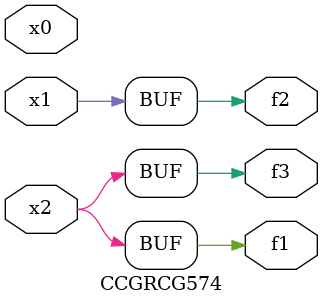
<source format=v>
module CCGRCG574(
	input x0, x1, x2,
	output f1, f2, f3
);
	assign f1 = x2;
	assign f2 = x1;
	assign f3 = x2;
endmodule

</source>
